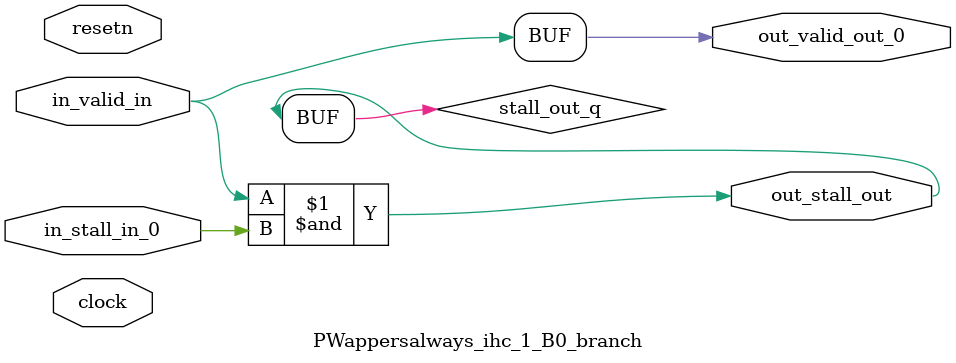
<source format=sv>



(* altera_attribute = "-name AUTO_SHIFT_REGISTER_RECOGNITION OFF; -name MESSAGE_DISABLE 10036; -name MESSAGE_DISABLE 10037; -name MESSAGE_DISABLE 14130; -name MESSAGE_DISABLE 14320; -name MESSAGE_DISABLE 15400; -name MESSAGE_DISABLE 14130; -name MESSAGE_DISABLE 10036; -name MESSAGE_DISABLE 12020; -name MESSAGE_DISABLE 12030; -name MESSAGE_DISABLE 12010; -name MESSAGE_DISABLE 12110; -name MESSAGE_DISABLE 14320; -name MESSAGE_DISABLE 13410; -name MESSAGE_DISABLE 113007; -name MESSAGE_DISABLE 10958" *)
module PWappersalways_ihc_1_B0_branch (
    input wire [0:0] in_stall_in_0,
    input wire [0:0] in_valid_in,
    output wire [0:0] out_stall_out,
    output wire [0:0] out_valid_out_0,
    input wire clock,
    input wire resetn
    );

    wire [0:0] stall_out_q;


    // stall_out(LOGICAL,6)
    assign stall_out_q = in_valid_in & in_stall_in_0;

    // out_stall_out(GPOUT,4)
    assign out_stall_out = stall_out_q;

    // out_valid_out_0(GPOUT,5)
    assign out_valid_out_0 = in_valid_in;

endmodule

</source>
